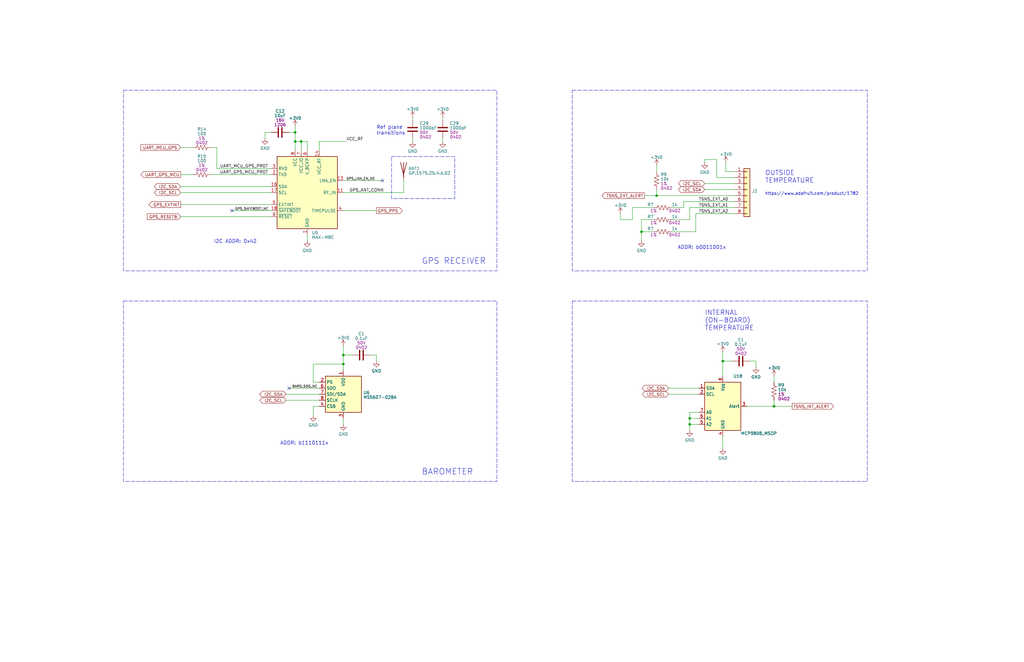
<source format=kicad_sch>
(kicad_sch (version 20230121) (generator eeschema)
  (paper "B")
  (title_block (title "High Altitude Balloon Payload - GPS and Sensors") (date "2023-06-18") (rev "1.0") (company "© 2023 Adam Cordingley") (comment 1 "http://acordingley.us"))
  (lib_symbols
    (symbol "Connector_Generic:Conn_01x08" (pin_names (offset 1.016) hide)
      (property "Reference" "J" (at 0 10.16 0))
      (property "Value" "Conn_01x08" (at 0 -12.7 0))
      (symbol "Conn_01x08_1_1"
        (rectangle (start -1.27 -10.033) (end 0 -10.287) (stroke (width 0.1524)))
        (rectangle (start -1.27 -7.493) (end 0 -7.747) (stroke (width 0.1524)))
        (rectangle (start -1.27 -4.953) (end 0 -5.207) (stroke (width 0.1524)))
        (rectangle (start -1.27 -2.413) (end 0 -2.667) (stroke (width 0.1524)))
        (rectangle (start -1.27 0.127) (end 0 -0.127) (stroke (width 0.1524)))
        (rectangle (start -1.27 2.667) (end 0 2.413) (stroke (width 0.1524)))
        (rectangle (start -1.27 5.207) (end 0 4.953) (stroke (width 0.1524)))
        (rectangle (start -1.27 7.747) (end 0 7.493) (stroke (width 0.1524)))
        (rectangle (start -1.27 8.89) (end 1.27 -11.43) (stroke (width 0.254)) (fill (type background)))
        (pin passive line (at -5.08 7.62 0) (length 3.81) (name "Pin_1") (number "1"))
        (pin passive line (at -5.08 5.08 0) (length 3.81) (name "Pin_2") (number "2"))
        (pin passive line (at -5.08 2.54 0) (length 3.81) (name "Pin_3") (number "3"))
        (pin passive line (at -5.08 0 0) (length 3.81) (name "Pin_4") (number "4"))
        (pin passive line (at -5.08 -2.54 0) (length 3.81) (name "Pin_5") (number "5"))
        (pin passive line (at -5.08 -5.08 0) (length 3.81) (name "Pin_6") (number "6"))
        (pin passive line (at -5.08 -7.62 0) (length 3.81) (name "Pin_7") (number "7"))
        (pin passive line (at -5.08 -10.16 0) (length 3.81) (name "Pin_8") (number "8"))
      )
    )
    (symbol "Device:Antenna" (pin_numbers hide) (pin_names (offset 1.016) hide)
      (property "Reference" "AE" (at -1.905 1.905 0))
      (property "Value" "Antenna" (at -1.905 0 0))
      (symbol "Antenna_0_1"
        (polyline (pts (xy 0 2.54) (xy 0 -3.81)) (stroke (width 0.254)))
        (polyline (pts (xy 1.27 2.54) (xy 0 -2.54) (xy -1.27 2.54)) (stroke (width 0.254)))
      )
      (symbol "Antenna_1_1"
        (pin input line (at 0 -5.08 90) (length 2.54) (name "A") (number "1"))
      )
    )
    (symbol "Device:C" (pin_numbers hide) (pin_names (offset 0.254))
      (property "Reference" "C" (at 0.635 2.54 0))
      (property "Value" "C" (at 0.635 -2.54 0))
      (symbol "C_0_1"
        (polyline (pts (xy -2.032 -0.762) (xy 2.032 -0.762)) (stroke (width 0.508)))
        (polyline (pts (xy -2.032 0.762) (xy 2.032 0.762)) (stroke (width 0.508)))
      )
      (symbol "C_1_1"
        (pin passive line (at 0 3.81 270) (length 2.794) (name "~") (number "1"))
        (pin passive line (at 0 -3.81 90) (length 2.794) (name "~") (number "2"))
      )
    )
    (symbol "Device:R_US" (pin_numbers hide) (pin_names (offset 0))
      (property "Reference" "R" (at 2.54 0 90))
      (property "Value" "R_US" (at -2.54 0 90))
      (symbol "R_US_0_1"
        (polyline (pts (xy 0 -2.286) (xy 0 -2.54)))
        (polyline (pts (xy 0 2.286) (xy 0 2.54)))
        (polyline (pts (xy 0 -0.762) (xy 1.016 -1.143) (xy 0 -1.524) (xy -1.016 -1.905) (xy 0 -2.286)))
        (polyline (pts (xy 0 0.762) (xy 1.016 0.381) (xy 0 0) (xy -1.016 -0.381) (xy 0 -0.762)))
        (polyline (pts (xy 0 2.286) (xy 1.016 1.905) (xy 0 1.524) (xy -1.016 1.143) (xy 0 0.762)))
      )
      (symbol "R_US_1_1"
        (pin passive line (at 0 3.81 270) (length 1.27) (name "~") (number "1"))
        (pin passive line (at 0 -3.81 90) (length 1.27) (name "~") (number "2"))
      )
    )
    (symbol "RF_GPS:MAX-M8C"
      (property "Reference" "U" (at -10.16 16.51 0))
      (property "Value" "MAX-M8C" (at 11.43 16.51 0))
      (symbol "MAX-M8C_0_1"
        (rectangle (start 12.7 15.24) (end -12.7 -15.24) (stroke (width 0.254)) (fill (type background)))
      )
      (symbol "MAX-M8C_1_1"
        (pin power_in line (at 0 -17.78 90) (length 2.54) (name "GND") (number "1"))
        (pin passive line (at 0 -17.78 90) (length 2.54) hide (name "GND") (number "10"))
        (pin input line (at 15.24 0 180) (length 2.54) (name "RF_IN") (number "11"))
        (pin passive line (at 0 -17.78 90) (length 2.54) hide (name "GND") (number "12"))
        (pin output line (at 15.24 5.08 180) (length 2.54) (name "LNA_EN") (number "13"))
        (pin power_out line (at 5.08 17.78 270) (length 2.54) (name "VCC_RF") (number "14"))
        (pin no_connect line (at 12.7 -5.08 180) (length 2.54) hide (name "Reserved") (number "15"))
        (pin bidirectional line (at -15.24 2.54 0) (length 2.54) (name "SDA") (number "16"))
        (pin input line (at -15.24 0 0) (length 2.54) (name "SCL") (number "17"))
        (pin input line (at -15.24 -7.62 0) (length 2.54) (name "~{SAFEBOOT}") (number "18"))
        (pin output line (at -15.24 7.62 0) (length 2.54) (name "TXD") (number "2"))
        (pin input line (at -15.24 10.16 0) (length 2.54) (name "RXD") (number "3"))
        (pin output line (at 15.24 -7.62 180) (length 2.54) (name "TIMEPULSE") (number "4"))
        (pin input line (at -15.24 -5.08 0) (length 2.54) (name "EXTINT") (number "5"))
        (pin power_in line (at 0 17.78 270) (length 2.54) (name "V_BCKP") (number "6"))
        (pin power_in line (at -2.54 17.78 270) (length 2.54) (name "VCC_IO") (number "7"))
        (pin power_in line (at -5.08 17.78 270) (length 2.54) (name "VCC") (number "8"))
        (pin input line (at -15.24 -10.16 0) (length 2.54) (name "~{RESET}") (number "9"))
      )
    )
    (symbol "Sensor_Pressure:MS5607-02BA"
      (property "Reference" "U" (at -6.35 8.89 0))
      (property "Value" "MS5607-02BA" (at 7.62 8.89 0))
      (symbol "MS5607-02BA_0_1"
        (rectangle (start -7.62 7.62) (end 7.62 -7.62) (stroke (width 0.254)) (fill (type background)))
      )
      (symbol "MS5607-02BA_1_1"
        (pin power_in line (at 0 10.16 270) (length 2.54) (name "VDD") (number "1"))
        (pin input line (at -10.16 5.08 0) (length 2.54) (name "PS") (number "2"))
        (pin power_in line (at 0 -10.16 90) (length 2.54) (name "GND") (number "3"))
        (pin input line (at -10.16 -5.08 0) (length 2.54) (name "CSB") (number "4"))
        (pin input line (at -10.16 -5.08 0) (length 2.54) hide (name "CSB") (number "5"))
        (pin output line (at -10.16 2.54 0) (length 2.54) (name "SDO") (number "6"))
        (pin bidirectional line (at -10.16 0 0) (length 2.54) (name "SDI/SDA") (number "7"))
        (pin input line (at -10.16 -2.54 0) (length 2.54) (name "SCLK") (number "8"))
      )
    )
    (symbol "Sensor_Temperature:MCP9808_MSOP"
      (property "Reference" "U" (at -6.35 11.43 0))
      (property "Value" "MCP9808_MSOP" (at 10.16 11.43 0))
      (symbol "MCP9808_MSOP_0_1"
        (rectangle (start -7.62 10.16) (end 7.62 -10.16) (stroke (width 0.254)) (fill (type background)))
      )
      (symbol "MCP9808_MSOP_1_1"
        (pin bidirectional line (at -10.16 7.62 0) (length 2.54) (name "SDA") (number "1"))
        (pin input line (at -10.16 5.08 0) (length 2.54) (name "SCL") (number "2"))
        (pin output line (at 10.16 0 180) (length 2.54) (name "Alert") (number "3"))
        (pin power_in line (at 0 -12.7 90) (length 2.54) (name "GND") (number "4"))
        (pin input line (at -10.16 -7.62 0) (length 2.54) (name "A2") (number "5"))
        (pin input line (at -10.16 -5.08 0) (length 2.54) (name "A1") (number "6"))
        (pin input line (at -10.16 -2.54 0) (length 2.54) (name "A0") (number "7"))
        (pin power_in line (at 0 12.7 270) (length 2.54) (name "V_{DD}") (number "8"))
      )
    )
    (symbol "power:+3V0" (power) (pin_names (offset 0))
      (property "Value" "+3V0" (at 0 3.556 0))
      (symbol "+3V0_0_1"
        (polyline (pts (xy -0.762 1.27) (xy 0 2.54)))
        (polyline (pts (xy 0 0) (xy 0 2.54)))
        (polyline (pts (xy 0 2.54) (xy 0.762 1.27)))
      )
      (symbol "+3V0_1_1"
        (pin power_in line (at 0 0 90) (length 0) hide (name "+3V0") (number "1"))
      )
    )
    (symbol "power:GND" (power) (pin_names (offset 0))
      (property "Value" "GND" (at 0 -3.81 0))
      (symbol "GND_0_1"
        (polyline (pts (xy 0 0) (xy 0 -1.27) (xy 1.27 -1.27) (xy 0 -2.54) (xy -1.27 -1.27) (xy 0 -1.27)))
      )
      (symbol "GND_1_1"
        (pin power_in line (at 0 0 270) (length 0) hide (name "GND") (number "1"))
      )
    )
  )
  (junction (at 127 59.69))
  (junction (at 270.51 97.79))
  (junction (at 276.86 82.55))
  (junction (at 290.83 179.07))
  (junction (at 304.8 152.4))
  (junction (at 124.46 59.69))
  (junction (at 144.78 149.86))
  (junction (at 124.46 55.88))
  (junction (at 326.39 171.45))
  (junction (at 290.83 176.53))
  (junction (at 144.78 153.67))
  (no_connect (at 121.92 163.83))
  (no_connect (at 161.29 76.2))
  (no_connect (at 97.79 88.9))
  (wire (pts (xy 124.46 53.34) (xy 124.46 55.88)))
  (wire (pts (xy 294.64 173.99) (xy 290.83 173.99)))
  (wire (pts (xy 132.08 171.45) (xy 132.08 175.26)))
  (wire (pts (xy 316.23 152.4) (xy 318.77 152.4)))
  (wire (pts (xy 306.07 72.39) (xy 309.88 72.39)))
  (wire (pts (xy 318.77 152.4) (xy 318.77 154.94)))
  (wire (pts (xy 124.46 63.5) (xy 124.46 59.69)))
  (wire (pts (xy 129.54 59.69) (xy 127 59.69)))
  (wire (pts (xy 156.21 149.86) (xy 158.75 149.86)))
  (wire (pts (xy 134.62 63.5) (xy 134.62 59.69)))
  (wire (pts (xy 91.44 71.12) (xy 91.44 62.23)))
  (wire (pts (xy 270.51 97.79) (xy 275.59 97.79)))
  (wire (pts (xy 129.54 99.06) (xy 129.54 101.6)))
  (wire (pts (xy 88.9 73.66) (xy 114.3 73.66)))
  (wire (pts (xy 304.8 152.4) (xy 304.8 158.75)))
  (wire (pts (xy 294.64 176.53) (xy 290.83 176.53)))
  (wire (pts (xy 266.7 92.71) (xy 266.7 87.63)))
  (wire (pts (xy 91.44 62.23) (xy 88.9 62.23)))
  (wire (pts (xy 270.51 92.71) (xy 270.51 97.79)))
  (wire (pts (xy 97.79 88.9) (xy 114.3 88.9)))
  (wire (pts (xy 170.18 76.2) (xy 170.18 81.28)))
  (wire (pts (xy 158.75 149.86) (xy 158.75 152.4)))
  (wire (pts (xy 309.88 74.93) (xy 302.26 74.93)))
  (wire (pts (xy 304.8 184.15) (xy 304.8 189.23)))
  (wire (pts (xy 283.21 92.71) (xy 290.83 92.71)))
  (wire (pts (xy 302.26 67.31) (xy 297.18 67.31)))
  (wire (pts (xy 288.29 87.63) (xy 283.21 87.63)))
  (wire (pts (xy 127 63.5) (xy 127 59.69)))
  (wire (pts (xy 297.18 67.31) (xy 297.18 68.58)))
  (wire (pts (xy 309.88 85.09) (xy 288.29 85.09)))
  (wire (pts (xy 290.83 87.63) (xy 309.88 87.63)))
  (wire (pts (xy 161.29 76.2) (xy 144.78 76.2)))
  (wire (pts (xy 261.62 92.71) (xy 261.62 90.17)))
  (wire (pts (xy 297.18 80.01) (xy 309.88 80.01)))
  (wire (pts (xy 173.99 58.42) (xy 173.99 59.69)))
  (wire (pts (xy 288.29 85.09) (xy 288.29 87.63)))
  (wire (pts (xy 308.61 152.4) (xy 304.8 152.4)))
  (wire (pts (xy 111.76 55.88) (xy 111.76 58.42)))
  (wire (pts (xy 186.69 49.53) (xy 186.69 50.8)))
  (wire (pts (xy 120.65 166.37) (xy 134.62 166.37)))
  (wire (pts (xy 148.59 149.86) (xy 144.78 149.86)))
  (wire (pts (xy 326.39 158.75) (xy 326.39 161.29)))
  (wire (pts (xy 134.62 161.29) (xy 132.08 161.29)))
  (wire (pts (xy 144.78 176.53) (xy 144.78 179.07)))
  (wire (pts (xy 304.8 148.59) (xy 304.8 152.4)))
  (wire (pts (xy 129.54 63.5) (xy 129.54 59.69)))
  (wire (pts (xy 76.2 73.66) (xy 81.28 73.66)))
  (wire (pts (xy 275.59 92.71) (xy 270.51 92.71)))
  (wire (pts (xy 76.2 62.23) (xy 81.28 62.23)))
  (wire (pts (xy 290.83 179.07) (xy 290.83 176.53)))
  (wire (pts (xy 294.64 179.07) (xy 290.83 179.07)))
  (wire (pts (xy 314.96 171.45) (xy 326.39 171.45)))
  (wire (pts (xy 134.62 171.45) (xy 132.08 171.45)))
  (wire (pts (xy 290.83 179.07) (xy 290.83 181.61)))
  (wire (pts (xy 290.83 92.71) (xy 290.83 87.63)))
  (wire (pts (xy 91.44 71.12) (xy 114.3 71.12)))
  (wire (pts (xy 124.46 59.69) (xy 124.46 55.88)))
  (wire (pts (xy 281.94 166.37) (xy 294.64 166.37)))
  (wire (pts (xy 144.78 153.67) (xy 144.78 156.21)))
  (wire (pts (xy 144.78 88.9) (xy 158.75 88.9)))
  (wire (pts (xy 275.59 87.63) (xy 266.7 87.63)))
  (wire (pts (xy 127 59.69) (xy 124.46 59.69)))
  (wire (pts (xy 326.39 171.45) (xy 334.01 171.45)))
  (wire (pts (xy 124.46 55.88) (xy 121.92 55.88)))
  (wire (pts (xy 276.86 82.55) (xy 309.88 82.55)))
  (wire (pts (xy 293.37 90.17) (xy 309.88 90.17)))
  (wire (pts (xy 76.2 91.44) (xy 114.3 91.44)))
  (wire (pts (xy 326.39 168.91) (xy 326.39 171.45)))
  (wire (pts (xy 266.7 92.71) (xy 261.62 92.71)))
  (wire (pts (xy 186.69 58.42) (xy 186.69 59.69)))
  (wire (pts (xy 132.08 153.67) (xy 144.78 153.67)))
  (wire (pts (xy 76.2 78.74) (xy 114.3 78.74)))
  (wire (pts (xy 134.62 59.69) (xy 146.05 59.69)))
  (wire (pts (xy 76.2 81.28) (xy 114.3 81.28)))
  (wire (pts (xy 271.78 82.55) (xy 276.86 82.55)))
  (wire (pts (xy 297.18 77.47) (xy 309.88 77.47)))
  (wire (pts (xy 144.78 81.28) (xy 170.18 81.28)))
  (wire (pts (xy 293.37 97.79) (xy 293.37 90.17)))
  (wire (pts (xy 114.3 55.88) (xy 111.76 55.88)))
  (wire (pts (xy 76.2 86.36) (xy 114.3 86.36)))
  (wire (pts (xy 120.65 168.91) (xy 134.62 168.91)))
  (wire (pts (xy 276.86 80.01) (xy 276.86 82.55)))
  (wire (pts (xy 144.78 149.86) (xy 144.78 153.67)))
  (wire (pts (xy 290.83 176.53) (xy 290.83 173.99)))
  (wire (pts (xy 121.92 163.83) (xy 134.62 163.83)))
  (wire (pts (xy 173.99 49.53) (xy 173.99 50.8)))
  (wire (pts (xy 306.07 68.58) (xy 306.07 72.39)))
  (wire (pts (xy 281.94 163.83) (xy 294.64 163.83)))
  (wire (pts (xy 276.86 69.85) (xy 276.86 72.39)))
  (wire (pts (xy 132.08 153.67) (xy 132.08 161.29)))
  (wire (pts (xy 144.78 146.05) (xy 144.78 149.86)))
  (wire (pts (xy 302.26 74.93) (xy 302.26 67.31)))
  (wire (pts (xy 283.21 97.79) (xy 293.37 97.79)))
  (wire (pts (xy 270.51 97.79) (xy 270.51 101.6)))
  (rectangle (start 241.3 127) (end 365.76 203.2) (stroke (width 0) (type dash)))
  (rectangle (start 52.07 127) (end 209.55 203.2) (stroke (width 0) (type dash)))
  (rectangle (start 165.1 66.04) (end 191.77 83.82) (stroke (width 0) (type dash)))
  (rectangle (start 52.07 38.1) (end 209.55 114.3) (stroke (width 0) (type dash)))
  (rectangle (start 241.3 38.1) (end 365.76 114.3) (stroke (width 0) (type dash)))
  (text "ADDR: b1110111x" (at 118.11 187.96 0) (effects (font (size 1.5 1.5)) (justify left bottom)))
  (text "GPS RECEIVER" (at 177.8 111.76 0) (effects (font (size 2.5 2.5)) (justify left bottom)))
  (text "I2C ADDR: 0x42" (at 90.17 102.87 0) (effects (font (size 1.5 1.5)) (justify left bottom)))
  (text "Ref plane\ntransitions" (at 158.75 57.15 0) (effects (font (size 1.5 1.5)) (justify left bottom)))
  (text "INTERNAL\n(ON-BOARD)\nTEMPERATURE" (at 297.18 139.7 0) (effects (font (size 2 2)) (justify left bottom)))
  (text "BAROMETER" (at 177.8 200.66 0) (effects (font (size 2.5 2.5)) (justify left bottom)))
  (text "https://www.adafruit.com/product/1782" (at 322.58 82.55 0) (effects (font (size 1.27 1.27)) (justify left bottom)))
  (text "ADDR: b0011001x" (at 285.75 105.41 0) (effects (font (size 1.5 1.5)) (justify left bottom)))
  (text "OUTSIDE\nTEMPERATURE" (at 322.58 77.47 0) (effects (font (size 2 2)) (justify left bottom)))
  (label "TSNS_EXT_A2" (at 294.64 90.17 0))
  (label "GPS_LNA_EN_NC" (at 146.05 76.2 0) (effects (font (size 1 1))))
  (label "TSNS_EXT_A1" (at 294.64 87.63 0))
  (label "GPS_ANT_CONN" (at 147.32 81.28 0))
  (label "GPS_SAFEBOOT_NC" (at 99.06 88.9 0) (effects (font (size 1 1))))
  (label "UART_MCU_GPS_PROT" (at 92.71 71.12 0))
  (label "UART_GPS_MCU_PROT" (at 92.71 73.66 0))
  (label "TSNS_EXT_A0" (at 294.64 85.09 0))
  (label "VCC_RF" (at 146.05 59.69 0))
  (label "BARO_SDO_NC" (at 123.19 163.83 0) (effects (font (size 1 1))))
  (global_label "GPS_EXTINT" (shape output) (at 76.2 86.36 180) (property "Intersheetrefs" "${INTERSHEET_REFS}" (effects hide)))
  (global_label "UART_GPS_MCU" (shape output) (at 76.2 73.66 180) (property "Intersheetrefs" "${INTERSHEET_REFS}" (effects hide)))
  (global_label "TSNS_EXT_ALERT" (shape output) (at 271.78 82.55 180) (property "Intersheetrefs" "${INTERSHEET_REFS}" (effects hide)))
  (global_label "I2C_SCL" (shape bidirectional) (at 297.18 77.47 180) (property "Intersheetrefs" "${INTERSHEET_REFS}" (effects hide)))
  (global_label "I2C_SCL" (shape bidirectional) (at 281.94 166.37 180) (property "Intersheetrefs" "${INTERSHEET_REFS}" (effects hide)))
  (global_label "I2C_SCL" (shape bidirectional) (at 120.65 168.91 180) (property "Intersheetrefs" "${INTERSHEET_REFS}" (effects hide)))
  (global_label "I2C_SDA" (shape bidirectional) (at 76.2 78.74 180) (property "Intersheetrefs" "${INTERSHEET_REFS}" (effects hide)))
  (global_label "I2C_SCL" (shape bidirectional) (at 76.2 81.28 180) (property "Intersheetrefs" "${INTERSHEET_REFS}" (effects hide)))
  (global_label "UART_MCU_GPS" (shape input) (at 76.2 62.23 180) (property "Intersheetrefs" "${INTERSHEET_REFS}" (effects hide)))
  (global_label "GPS_PPS" (shape output) (at 158.75 88.9 0) (property "Intersheetrefs" "${INTERSHEET_REFS}" (effects hide)))
  (global_label "I2C_SDA" (shape bidirectional) (at 281.94 163.83 180) (property "Intersheetrefs" "${INTERSHEET_REFS}" (effects hide)))
  (global_label "TSNS_INT_ALERT" (shape output) (at 334.01 171.45 0) (property "Intersheetrefs" "${INTERSHEET_REFS}" (effects hide)))
  (global_label "I2C_SDA" (shape bidirectional) (at 297.18 80.01 180) (property "Intersheetrefs" "${INTERSHEET_REFS}" (effects hide)))
  (global_label "I2C_SDA" (shape bidirectional) (at 120.65 166.37 180) (property "Intersheetrefs" "${INTERSHEET_REFS}" (effects hide)))
  (global_label "GPS_RESETB" (shape input) (at 76.2 91.44 180) (property "Intersheetrefs" "${INTERSHEET_REFS}" (effects hide)))
  (symbol (lib_id "Device:R_US") (at 85.09 73.66 90) (unit 1)
    (property "Reference" "R15" (at 85.09 65.9191 90))
    (property "Value" "100" (at 85.09 67.8401 90))
    (property "Footprint" "Resistor_SMD:R_0402_1005Metric" (effects hide))
    (property "Tolerance" "1%" (at 85.09 69.7611 90))
    (property "Package Desc" "0402" (at 85.09 71.6821 90))
    (property "Description" "RES SMD 100 1% 62.5mW 0402" (effects hide))
    (property "JLCPCB Part #" "C409720" (effects hide))
    (property "Manufacturer" "Viking Tech" (effects hide))
    (property "Mfr. Part #" "AS02FTE1000" (effects hide))
    (instances (project "Weather_Balloon_Payload_HW" (path "" (reference "R15") (unit 1))) (project "RS232_Pirate_HW" (path "" (reference "R2") (unit 1)) (path "" (reference "R21") (unit 1))))
  )
  (symbol (lib_id "power:+3V0") (at 144.78 146.05 0) (unit 1)
    (property "Reference" "#PWR05" (effects hide))
    (property "Value" "+3V0" (at 144.78 142.5481 0))
    (instances (project "Weather_Balloon_Payload_HW" (path "" (reference "#PWR05") (unit 1)) (path "" (reference "#PWR034") (unit 1))))
  )
  (symbol (lib_id "power:+3V0") (at 186.69 49.53 0) (unit 1)
    (property "Reference" "#PWR05" (effects hide))
    (property "Value" "+3V0" (at 186.69 46.0281 0))
    (instances (project "Weather_Balloon_Payload_HW" (path "" (reference "#PWR05") (unit 1)) (path "" (reference "#PWR0169") (unit 1))))
  )
  (symbol (lib_id "RF_GPS:MAX-M8C") (at 129.54 81.28 0) (unit 1)
    (property "Reference" "U5" (at 131.4959 98.2425 0) (effects (justify left)))
    (property "Value" "MAX-M8C" (at 131.4959 100.1635 0) (effects (justify left)))
    (property "Footprint" "RF_GPS:ublox_MAX" (effects hide))
    (property "Datasheet" "https://www.u-blox.com/sites/default/files/MAX-M8-FW3_DataSheet_%28UBX-15031506%29.pdf" (effects hide))
  )
  (symbol (lib_id "power:GND") (at 297.18 68.58 0) (mirror y) (unit 1)
    (property "Reference" "#PWR042" (effects hide))
    (property "Value" "GND" (at 297.18 72.7155 0))
  )
  (symbol (lib_id "power:GND") (at 111.76 58.42 0) (unit 1)
    (property "Reference" "#PWR032" (effects hide))
    (property "Value" "GND" (at 111.76 62.5555 0))
  )
  (symbol (lib_id "Sensor_Pressure:MS5607-02BA") (at 144.78 166.37 0) (unit 1)
    (property "Reference" "U6" (at 153.162 165.7263 0) (effects (justify left)))
    (property "Value" "MS5607-02BA" (at 153.162 167.6473 0) (effects (justify left)))
    (property "Footprint" "Package_LGA:LGA-8_3x5mm_P1.25mm" (effects hide))
    (property "Datasheet" "https://www.te.com/commerce/DocumentDelivery/DDEController?Action=showdoc&DocId=Data+Sheet%7FMS5607-02BA03%7FB2%7Fpdf%7FEnglish%7FENG_DS_MS5607-02BA03_B2.pdf%7FCAT-BLPS0035" (effects hide))
    (property "Mfr. Part #" "MS560702BA03-50" (effects hide))
  )
  (symbol (lib_id "power:+3V0") (at 326.39 158.75 0) (unit 1)
    (property "Reference" "#PWR05" (effects hide))
    (property "Value" "+3V0" (at 326.39 155.2481 0))
    (instances (project "Weather_Balloon_Payload_HW" (path "" (reference "#PWR05") (unit 1)) (path "" (reference "#PWR047") (unit 1))))
  )
  (symbol (lib_id "power:GND") (at 318.77 154.94 0) (mirror y) (unit 1)
    (property "Reference" "#PWR039" (effects hide))
    (property "Value" "GND" (at 318.77 159.0755 0))
  )
  (symbol (lib_id "power:+3V0") (at 261.62 90.17 0) (unit 1)
    (property "Reference" "#PWR05" (effects hide))
    (property "Value" "+3V0" (at 261.62 86.6681 0))
    (instances (project "Weather_Balloon_Payload_HW" (path "" (reference "#PWR05") (unit 1)) (path "" (reference "#PWR043") (unit 1))))
  )
  (symbol (lib_id "power:GND") (at 132.08 175.26 0) (unit 1)
    (property "Reference" "#PWR036" (effects hide))
    (property "Value" "GND" (at 132.08 179.3955 0))
  )
  (symbol (lib_id "Device:R_US") (at 279.4 97.79 270) (unit 1)
    (property "Reference" "R7" (at 274.32 96.52 90))
    (property "Value" "1k" (at 284.48 96.52 90))
    (property "Footprint" "Resistor_SMD:R_0402_1005Metric" (effects hide))
    (property "JLCPCB Part #" "C153104" (effects hide))
    (property "Manufacturer" "TA-I Tech" (effects hide))
    (property "Mfr. Part #" "RM04JTN102" (effects hide))
    (property "Tolerance" "1%" (at 275.59 99.06 90))
    (property "Package Desc" "0402" (at 284.48 99.06 90))
    (instances (project "Weather_Balloon_Payload_HW" (path "" (reference "R7") (unit 1)) (path "" (reference "R18") (unit 1))) (project "RF_Freq_Synth" (path "" (reference "R30") (unit 1))) (project "RS232_Pirate_HW" (path "" (reference "R6") (unit 1)) (path "" (reference "R8") (unit 1))) (project "FM_Radio_70cm_HW" (path "" (reference "R61") (unit 1))))
  )
  (symbol (lib_id "Connector_Generic:Conn_01x08") (at 314.96 80.01 0) (unit 1)
    (property "Reference" "J2" (at 316.992 80.6363 0) (effects (justify left)))
    (property "Value" "Conn_01x08" (effects hide))
    (property "Footprint" "Connector_PinHeader_2.54mm:PinHeader_1x08_P2.54mm_Vertical" (effects hide))
  )
  (symbol (lib_id "Device:R_US") (at 326.39 165.1 0) (unit 1)
    (property "Reference" "R9" (at 328.041 162.5353 0) (effects (justify left)))
    (property "Value" "10k" (at 328.041 164.4563 0) (effects (justify left)))
    (property "Footprint" "Resistor_SMD:R_0402_1005Metric" (effects hide))
    (property "Description" "62.5mW Thick Film Resistors ±0.5% 10.2kΩ 0402 Chip Resistor - Surface Mount ROHS" (effects hide))
    (property "JLCPCB Part #" "C303730" (effects hide))
    (property "Manufacturer" "RALEC" (effects hide))
    (property "Mfr. Part #" "RTT021022DTH" (effects hide))
    (property "Tolerance" "1%" (at 328.041 166.3773 0) (effects (justify left)))
    (property "Package Desc" "0402" (at 328.041 168.2983 0) (effects (justify left)))
    (instances (project "Weather_Balloon_Payload_HW" (path "" (reference "R9") (unit 1)) (path "" (reference "R20") (unit 1))) (project "RS232_Pirate_HW" (path "" (reference "R3") (unit 1))) (project "FM_Radio_70cm_HW" (path "" (reference "R1") (unit 1)) (path "" (reference "R1") (unit 1))))
  )
  (symbol (lib_id "power:GND") (at 186.69 59.69 0) (unit 1)
    (property "Reference" "#PWR0170" (effects hide))
    (property "Value" "GND" (at 186.69 63.8255 0))
  )
  (symbol (lib_id "Device:R_US") (at 279.4 92.71 270) (unit 1)
    (property "Reference" "R7" (at 274.32 91.44 90))
    (property "Value" "1k" (at 284.48 91.44 90))
    (property "Footprint" "Resistor_SMD:R_0402_1005Metric" (effects hide))
    (property "JLCPCB Part #" "C153104" (effects hide))
    (property "Manufacturer" "TA-I Tech" (effects hide))
    (property "Mfr. Part #" "RM04JTN102" (effects hide))
    (property "Tolerance" "1%" (at 275.59 93.98 90))
    (property "Package Desc" "0402" (at 284.48 93.98 90))
    (instances (project "Weather_Balloon_Payload_HW" (path "" (reference "R7") (unit 1)) (path "" (reference "R17") (unit 1))) (project "RF_Freq_Synth" (path "" (reference "R30") (unit 1))) (project "RS232_Pirate_HW" (path "" (reference "R6") (unit 1)) (path "" (reference "R8") (unit 1))) (project "FM_Radio_70cm_HW" (path "" (reference "R61") (unit 1))))
  )
  (symbol (lib_id "Device:C") (at 173.99 54.61 180) (unit 1)
    (property "Reference" "C29" (at 176.911 52.0453 0) (effects (justify right)))
    (property "Value" "1000pF" (at 176.911 53.9663 0) (effects (justify right)))
    (property "Footprint" "Capacitor_SMD:C_0402_1005Metric" (effects hide))
    (property "Description" "50V 1nF NP0 ±5% 0402 Multilayer Ceramic Capacitors MLCC - SMD/SMT ROHS" (effects hide))
    (property "JLCPCB Part #" "C424332" (effects hide))
    (property "Manufacturer" "Darfon Elec" (effects hide))
    (property "Mfr. Part #" "C1005NPO102JGT" (effects hide))
    (property "Voltage Rating" "50V" (at 176.911 55.8873 0) (effects (justify right)))
    (property "Package Desc" "0402" (at 176.911 57.8083 0) (effects (justify right)))
    (instances (project "Weather_Balloon_Payload_HW" (path "" (reference "C29") (unit 1)) (path "" (reference "C55") (unit 1)) (path "" (reference "C71") (unit 1))) (project "FM_Radio_70cm_HW" (path "" (reference "C3") (unit 1)) (path "" (reference "C12") (unit 1)) (path "" (reference "C24") (unit 1))))
  )
  (symbol (lib_id "Device:C") (at 118.11 55.88 90) (unit 1)
    (property "Reference" "C12" (at 118.11 46.8691 90))
    (property "Value" "10uF" (at 118.11 48.7901 90))
    (property "Footprint" "Capacitor_SMD:C_1206_3216Metric" (effects hide))
    (property "JLCPCB Part #" "C97952" (effects hide))
    (property "Manufacturer" "Murata Electronics" (effects hide))
    (property "Mfr. Part #" "GRM31CR61C106KA88L" (effects hide))
    (property "Voltage Rating" "16V" (at 118.11 50.7111 90))
    (property "Package Desc" "1206" (at 118.11 52.6321 90))
    (instances (project "Weather_Balloon_Payload_HW" (path "" (reference "C12") (unit 1)) (path "" (reference "C19") (unit 1))) (project "RF_Freq_Synth" (path "" (reference "C32") (unit 1))) (project "RS232_Pirate_HW" (path "" (reference "C6") (unit 1))) (project "FM_Radio_70cm_HW" (path "" (reference "C85") (unit 1))))
  )
  (symbol (lib_id "Device:R_US") (at 85.09 62.23 90) (unit 1)
    (property "Reference" "R14" (at 85.09 54.4891 90))
    (property "Value" "100" (at 85.09 56.4101 90))
    (property "Footprint" "Resistor_SMD:R_0402_1005Metric" (effects hide))
    (property "Tolerance" "1%" (at 85.09 58.3311 90))
    (property "Package Desc" "0402" (at 85.09 60.2521 90))
    (property "Description" "RES SMD 100 1% 62.5mW 0402" (effects hide))
    (property "JLCPCB Part #" "C409720" (effects hide))
    (property "Manufacturer" "Viking Tech" (effects hide))
    (property "Mfr. Part #" "AS02FTE1000" (effects hide))
    (instances (project "Weather_Balloon_Payload_HW" (path "" (reference "R14") (unit 1))) (project "RS232_Pirate_HW" (path "" (reference "R2") (unit 1)) (path "" (reference "R21") (unit 1))))
  )
  (symbol (lib_id "power:GND") (at 270.51 101.6 0) (mirror y) (unit 1)
    (property "Reference" "#PWR044" (effects hide))
    (property "Value" "GND" (at 270.51 105.7355 0))
  )
  (symbol (lib_id "power:GND") (at 290.83 181.61 0) (mirror y) (unit 1)
    (property "Reference" "#PWR046" (effects hide))
    (property "Value" "GND" (at 290.83 185.7455 0))
  )
  (symbol (lib_id "power:GND") (at 173.99 59.69 0) (unit 1)
    (property "Reference" "#PWR0168" (effects hide))
    (property "Value" "GND" (at 173.99 63.8255 0))
  )
  (symbol (lib_id "Device:C") (at 186.69 54.61 180) (unit 1)
    (property "Reference" "C29" (at 189.611 52.0453 0) (effects (justify right)))
    (property "Value" "1000pF" (at 189.611 53.9663 0) (effects (justify right)))
    (property "Footprint" "Capacitor_SMD:C_0402_1005Metric" (effects hide))
    (property "Description" "50V 1nF NP0 ±5% 0402 Multilayer Ceramic Capacitors MLCC - SMD/SMT ROHS" (effects hide))
    (property "JLCPCB Part #" "C424332" (effects hide))
    (property "Manufacturer" "Darfon Elec" (effects hide))
    (property "Mfr. Part #" "C1005NPO102JGT" (effects hide))
    (property "Voltage Rating" "50V" (at 189.611 55.8873 0) (effects (justify right)))
    (property "Package Desc" "0402" (at 189.611 57.8083 0) (effects (justify right)))
    (instances (project "Weather_Balloon_Payload_HW" (path "" (reference "C29") (unit 1)) (path "" (reference "C55") (unit 1)) (path "" (reference "C90") (unit 1))) (project "FM_Radio_70cm_HW" (path "" (reference "C3") (unit 1)) (path "" (reference "C12") (unit 1)) (path "" (reference "C24") (unit 1))))
  )
  (symbol (lib_id "power:+3V0") (at 124.46 53.34 0) (unit 1)
    (property "Reference" "#PWR05" (effects hide))
    (property "Value" "+3V0" (at 124.46 49.8381 0))
    (instances (project "Weather_Balloon_Payload_HW" (path "" (reference "#PWR05") (unit 1)) (path "" (reference "#PWR031") (unit 1))))
  )
  (symbol (lib_id "Device:C") (at 312.42 152.4 270) (mirror x) (unit 1)
    (property "Reference" "C1" (at 312.42 143.3891 90))
    (property "Value" "0.1uF" (at 312.42 145.3101 90))
    (property "Footprint" "Capacitor_SMD:C_0402_1005Metric" (effects hide))
    (property "Voltage Rating" "50V" (at 312.42 147.2311 90))
    (property "Mfr. Part #" "GRM155R71H104KE14D" (effects hide))
    (property "JLCPCB Part #" "C77020" (effects hide))
    (property "Description" "50V 100nF X7R ±10% 0402 Multilayer Ceramic Capacitors MLCC - SMD/SMT ROHS" (effects hide))
    (property "Manufacturer" "Murata Electronics" (effects hide))
    (property "Mfr Part #" "GRM155R71H104KE14D" (effects hide))
    (property "Package Desc" "0402" (at 312.42 149.1521 90))
    (instances (project "Rhubarb_Pi_HW" (path "" (reference "C1") (unit 1)) (path "" (reference "C5") (unit 1))) (project "Weather_Balloon_Payload_HW" (path "" (reference "C17") (unit 1)) (path "" (reference "C21") (unit 1))) (project "RS232_Pirate_HW" (path "" (reference "C9") (unit 1))) (project "FM_Radio_70cm_HW" (path "" (reference "C33") (unit 1)) (path "" (reference "C10") (unit 1)) (path "" (reference "C74") (unit 1)) (path "" (reference "C60") (unit 1)) (path "" (reference "C83") (unit 1))))
  )
  (symbol (lib_id "power:+3V0") (at 276.86 69.85 0) (unit 1)
    (property "Reference" "#PWR05" (effects hide))
    (property "Value" "+3V0" (at 276.86 66.3481 0))
    (instances (project "Weather_Balloon_Payload_HW" (path "" (reference "#PWR05") (unit 1)) (path "" (reference "#PWR045") (unit 1))))
  )
  (symbol (lib_id "Sensor_Temperature:MCP9808_MSOP") (at 304.8 171.45 0) (unit 1)
    (property "Reference" "U18" (at 311.15 158.75 0))
    (property "Value" "MCP9808_MSOP" (at 320.04 182.88 0))
    (property "Footprint" "Package_SO:MSOP-8_3x3mm_P0.65mm" (effects hide))
    (property "Datasheet" "http://ww1.microchip.com/downloads/en/DeviceDoc/22203b.pdf" (effects hide))
    (property "Description" "MSOP-8  Temperature Sensors ROHS" (effects hide))
    (property "JLCPCB Part #" "C129490" (effects hide))
    (property "Manufacturer" "Microchip Tech" (effects hide))
    (property "Mfr. Part #" "MCP9808T-E/MS" (effects hide))
  )
  (symbol (lib_id "power:+3V0") (at 304.8 148.59 0) (unit 1)
    (property "Reference" "#PWR05" (effects hide))
    (property "Value" "+3V0" (at 304.8 145.0881 0))
    (instances (project "Weather_Balloon_Payload_HW" (path "" (reference "#PWR05") (unit 1)) (path "" (reference "#PWR038") (unit 1))))
  )
  (symbol (lib_id "power:GND") (at 144.78 179.07 0) (unit 1)
    (property "Reference" "#PWR035" (effects hide))
    (property "Value" "GND" (at 144.78 183.2055 0))
  )
  (symbol (lib_id "power:GND") (at 129.54 101.6 0) (unit 1)
    (property "Reference" "#PWR033" (effects hide))
    (property "Value" "GND" (at 129.54 105.7355 0))
  )
  (symbol (lib_id "power:GND") (at 158.75 152.4 0) (mirror y) (unit 1)
    (property "Reference" "#PWR037" (effects hide))
    (property "Value" "GND" (at 158.75 156.5355 0))
  )
  (symbol (lib_id "Device:C") (at 152.4 149.86 270) (mirror x) (unit 1)
    (property "Reference" "C1" (at 152.4 140.8491 90))
    (property "Value" "0.1uF" (at 152.4 142.7701 90))
    (property "Footprint" "Capacitor_SMD:C_0402_1005Metric" (effects hide))
    (property "Voltage Rating" "50V" (at 152.4 144.6911 90))
    (property "Mfr. Part #" "GRM155R71H104KE14D" (effects hide))
    (property "JLCPCB Part #" "C77020" (effects hide))
    (property "Description" "50V 100nF X7R ±10% 0402 Multilayer Ceramic Capacitors MLCC - SMD/SMT ROHS" (effects hide))
    (property "Manufacturer" "Murata Electronics" (effects hide))
    (property "Mfr Part #" "GRM155R71H104KE14D" (effects hide))
    (property "Package Desc" "0402" (at 152.4 146.6121 90))
    (instances (project "Rhubarb_Pi_HW" (path "" (reference "C1") (unit 1)) (path "" (reference "C5") (unit 1))) (project "Weather_Balloon_Payload_HW" (path "" (reference "C17") (unit 1)) (path "" (reference "C20") (unit 1))) (project "RS232_Pirate_HW" (path "" (reference "C9") (unit 1))) (project "FM_Radio_70cm_HW" (path "" (reference "C33") (unit 1)) (path "" (reference "C10") (unit 1)) (path "" (reference "C74") (unit 1)) (path "" (reference "C60") (unit 1)) (path "" (reference "C83") (unit 1))))
  )
  (symbol (lib_id "power:+3V0") (at 173.99 49.53 0) (unit 1)
    (property "Reference" "#PWR05" (effects hide))
    (property "Value" "+3V0" (at 173.99 46.0281 0))
    (instances (project "Weather_Balloon_Payload_HW" (path "" (reference "#PWR05") (unit 1)) (path "" (reference "#PWR0132") (unit 1))))
  )
  (symbol (lib_id "Device:Antenna") (at 170.18 71.12 0) (unit 1)
    (property "Reference" "ANT1" (at 172.212 71.1113 0) (effects (justify left)))
    (property "Value" "GP.1575.25.4.A.02" (at 172.212 73.0323 0) (effects (justify left)))
    (property "Footprint" "Repowered_Antennas:Taoglas_GP.1575.25.4.A.02" (effects hide))
  )
  (symbol (lib_id "Device:R_US") (at 279.4 87.63 270) (unit 1)
    (property "Reference" "R7" (at 274.32 86.36 90))
    (property "Value" "1k" (at 284.48 86.36 90))
    (property "Footprint" "Resistor_SMD:R_0402_1005Metric" (effects hide))
    (property "JLCPCB Part #" "C153104" (effects hide))
    (property "Manufacturer" "TA-I Tech" (effects hide))
    (property "Mfr. Part #" "RM04JTN102" (effects hide))
    (property "Tolerance" "1%" (at 275.59 88.9 90))
    (property "Package Desc" "0402" (at 284.48 88.9 90))
    (instances (project "Weather_Balloon_Payload_HW" (path "" (reference "R7") (unit 1)) (path "" (reference "R16") (unit 1))) (project "RF_Freq_Synth" (path "" (reference "R30") (unit 1))) (project "RS232_Pirate_HW" (path "" (reference "R6") (unit 1)) (path "" (reference "R8") (unit 1))) (project "FM_Radio_70cm_HW" (path "" (reference "R61") (unit 1))))
  )
  (symbol (lib_id "power:GND") (at 304.8 189.23 0) (mirror y) (unit 1)
    (property "Reference" "#PWR040" (effects hide))
    (property "Value" "GND" (at 304.8 193.3655 0))
  )
  (symbol (lib_id "Device:R_US") (at 276.86 76.2 0) (unit 1)
    (property "Reference" "R9" (at 278.511 73.6353 0) (effects (justify left)))
    (property "Value" "10k" (at 278.511 75.5563 0) (effects (justify left)))
    (property "Footprint" "Resistor_SMD:R_0402_1005Metric" (effects hide))
    (property "Description" "62.5mW Thick Film Resistors ±0.5% 10.2kΩ 0402 Chip Resistor - Surface Mount ROHS" (effects hide))
    (property "JLCPCB Part #" "C303730" (effects hide))
    (property "Manufacturer" "RALEC" (effects hide))
    (property "Mfr. Part #" "RTT021022DTH" (effects hide))
    (property "Tolerance" "1%" (at 278.511 77.4773 0) (effects (justify left)))
    (property "Package Desc" "0402" (at 278.511 79.3983 0) (effects (justify left)))
    (instances (project "Weather_Balloon_Payload_HW" (path "" (reference "R9") (unit 1)) (path "" (reference "R19") (unit 1))) (project "RS232_Pirate_HW" (path "" (reference "R3") (unit 1))) (project "FM_Radio_70cm_HW" (path "" (reference "R1") (unit 1)) (path "" (reference "R1") (unit 1))))
  )
  (symbol (lib_id "power:+3V0") (at 306.07 68.58 0) (unit 1)
    (property "Reference" "#PWR05" (effects hide))
    (property "Value" "+3V0" (at 306.07 65.0781 0))
    (instances (project "Weather_Balloon_Payload_HW" (path "" (reference "#PWR05") (unit 1)) (path "" (reference "#PWR041") (unit 1))))
  )
)
</source>
